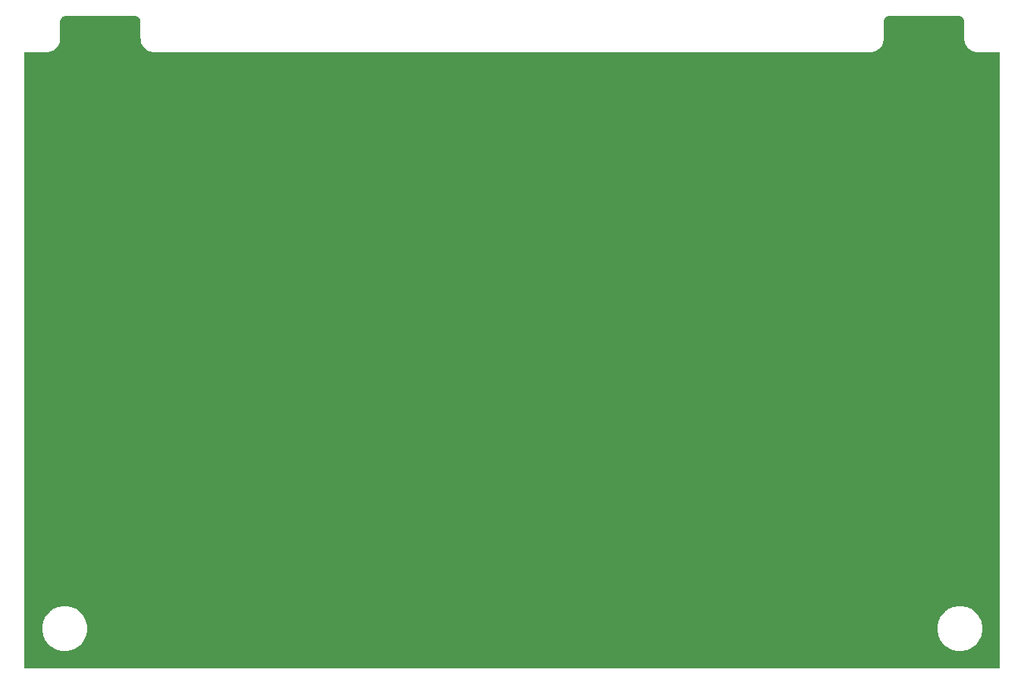
<source format=gbl>
G04*
G04 #@! TF.GenerationSoftware,Altium Limited,Altium Designer,25.5.2 (35)*
G04*
G04 Layer_Physical_Order=2*
G04 Layer_Color=16711680*
%FSLAX44Y44*%
%MOMM*%
G71*
G04*
G04 #@! TF.SameCoordinates,19513C88-0B28-4B0A-A3A8-69311CDAC71F*
G04*
G04*
G04 #@! TF.FilePolarity,Positive*
G04*
G01*
G75*
G36*
X130000Y734902D02*
X130483D01*
X131430Y734714D01*
X132322Y734344D01*
X133125Y733808D01*
X133808Y733125D01*
X134344Y732322D01*
X134714Y731430D01*
X134902Y730483D01*
Y730000D01*
D01*
X134902Y710000D01*
X134927Y709875D01*
X134908Y709750D01*
X134957Y708770D01*
X135048Y708403D01*
Y708025D01*
X135431Y706103D01*
X135623Y705639D01*
X135721Y705146D01*
X136471Y703335D01*
X136750Y702918D01*
X136942Y702454D01*
X138031Y700824D01*
X138386Y700469D01*
X138665Y700051D01*
X140051Y698665D01*
X140469Y698386D01*
X140824Y698031D01*
X142454Y696942D01*
X142918Y696750D01*
X143335Y696471D01*
X145146Y695721D01*
X145639Y695623D01*
X146103Y695431D01*
X148025Y695048D01*
X148403D01*
X148770Y694956D01*
X149750Y694908D01*
X149875Y694927D01*
X150000Y694902D01*
X950000Y694902D01*
X950125Y694927D01*
X950250Y694908D01*
X951230Y694957D01*
X951597Y695048D01*
X951975D01*
X953897Y695431D01*
X954361Y695623D01*
X954854Y695721D01*
X956665Y696471D01*
X957082Y696750D01*
X957546Y696942D01*
X959176Y698031D01*
X959531Y698386D01*
X959949Y698665D01*
X961335Y700051D01*
X961614Y700469D01*
X961969Y700824D01*
X963058Y702454D01*
X963250Y702918D01*
X963529Y703335D01*
X964279Y705146D01*
X964377Y705639D01*
X964569Y706103D01*
X964952Y708025D01*
Y708403D01*
X965043Y708770D01*
X965092Y709750D01*
X965073Y709875D01*
X965098Y710000D01*
Y730000D01*
Y730483D01*
X965286Y731430D01*
X965656Y732322D01*
X966192Y733125D01*
X966875Y733808D01*
X967678Y734344D01*
X968570Y734714D01*
X969517Y734902D01*
X1050483D01*
X1051430Y734714D01*
X1052322Y734344D01*
X1053125Y733808D01*
X1053808Y733125D01*
X1054344Y732322D01*
X1054714Y731430D01*
X1054902Y730483D01*
Y730000D01*
D01*
X1054902Y710000D01*
X1054927Y709875D01*
X1054908Y709750D01*
X1054957Y708770D01*
X1055048Y708403D01*
Y708025D01*
X1055431Y706103D01*
X1055623Y705639D01*
X1055721Y705146D01*
X1056471Y703335D01*
X1056750Y702918D01*
X1056942Y702454D01*
X1058031Y700824D01*
X1058386Y700469D01*
X1058665Y700051D01*
X1060051Y698665D01*
X1060469Y698386D01*
X1060824Y698031D01*
X1062454Y696942D01*
X1062918Y696750D01*
X1063335Y696471D01*
X1065146Y695721D01*
X1065639Y695623D01*
X1066103Y695431D01*
X1068025Y695048D01*
X1068403D01*
X1068770Y694956D01*
X1069750Y694908D01*
X1069875Y694927D01*
X1070000Y694902D01*
X1094902Y694902D01*
X1094902Y5098D01*
X5098D01*
X5098Y694902D01*
X30000Y694902D01*
X30124Y694927D01*
X30250Y694908D01*
X31230Y694957D01*
X31597Y695048D01*
X31975D01*
X33897Y695431D01*
X34361Y695623D01*
X34854Y695721D01*
X36665Y696471D01*
X37082Y696750D01*
X37546Y696942D01*
X39176Y698031D01*
X39531Y698386D01*
X39949Y698665D01*
X41335Y700051D01*
X41614Y700469D01*
X41969Y700824D01*
X43058Y702454D01*
X43250Y702918D01*
X43529Y703335D01*
X44279Y705146D01*
X44377Y705639D01*
X44569Y706103D01*
X44952Y708025D01*
Y708403D01*
X45044Y708770D01*
X45092Y709750D01*
X45073Y709875D01*
X45098Y710000D01*
X45098Y730000D01*
Y730483D01*
X45286Y731430D01*
X45656Y732322D01*
X46192Y733125D01*
X46875Y733808D01*
X47678Y734344D01*
X48570Y734714D01*
X49517Y734902D01*
X50000D01*
X130000Y734902D01*
D02*
G37*
%LPC*%
G36*
X1051970Y75098D02*
X1048030D01*
X1047538Y75000D01*
X1047036D01*
X1043172Y74231D01*
X1042708Y74039D01*
X1042215Y73941D01*
X1038576Y72434D01*
X1038158Y72155D01*
X1037694Y71963D01*
X1034418Y69774D01*
X1034063Y69419D01*
X1033646Y69140D01*
X1030860Y66354D01*
X1030581Y65937D01*
X1030226Y65581D01*
X1028037Y62306D01*
X1027845Y61842D01*
X1027566Y61424D01*
X1026059Y57785D01*
X1025961Y57292D01*
X1025769Y56828D01*
X1025000Y52964D01*
Y52462D01*
X1024902Y51970D01*
Y50000D01*
Y48030D01*
X1025000Y47538D01*
Y47036D01*
X1025769Y43172D01*
X1025961Y42708D01*
X1026059Y42215D01*
X1027566Y38575D01*
X1027845Y38158D01*
X1028037Y37694D01*
X1030226Y34418D01*
X1030581Y34063D01*
X1030860Y33646D01*
X1033646Y30860D01*
X1034063Y30581D01*
X1034418Y30226D01*
X1037694Y28037D01*
X1038158Y27845D01*
X1038576Y27566D01*
X1042215Y26059D01*
X1042708Y25961D01*
X1043172Y25769D01*
X1047036Y25000D01*
X1047538D01*
X1048030Y24902D01*
X1051970D01*
X1052462Y25000D01*
X1052964D01*
X1056828Y25769D01*
X1057292Y25961D01*
X1057785Y26059D01*
X1061424Y27566D01*
X1061842Y27845D01*
X1062306Y28037D01*
X1065582Y30226D01*
X1065937Y30581D01*
X1066354Y30860D01*
X1069140Y33646D01*
X1069419Y34063D01*
X1069774Y34418D01*
X1071963Y37694D01*
X1072155Y38158D01*
X1072434Y38575D01*
X1073941Y42215D01*
X1074039Y42708D01*
X1074231Y43172D01*
X1075000Y47036D01*
Y47538D01*
X1075098Y48030D01*
Y50000D01*
Y51970D01*
X1075000Y52462D01*
Y52964D01*
X1074231Y56828D01*
X1074039Y57292D01*
X1073941Y57785D01*
X1072434Y61424D01*
X1072155Y61842D01*
X1071963Y62306D01*
X1069774Y65581D01*
X1069419Y65936D01*
X1069140Y66354D01*
X1066354Y69140D01*
X1065937Y69419D01*
X1065582Y69774D01*
X1062306Y71963D01*
X1061842Y72155D01*
X1061424Y72434D01*
X1057785Y73941D01*
X1057292Y74039D01*
X1056828Y74231D01*
X1052964Y75000D01*
X1052462D01*
X1051970Y75098D01*
D02*
G37*
G36*
X51970D02*
X48030D01*
X47538Y75000D01*
X47036D01*
X43172Y74231D01*
X42708Y74039D01*
X42215Y73941D01*
X38575Y72434D01*
X38158Y72155D01*
X37694Y71963D01*
X34418Y69774D01*
X34063Y69419D01*
X33646Y69140D01*
X30860Y66354D01*
X30581Y65937D01*
X30226Y65581D01*
X28037Y62306D01*
X27845Y61842D01*
X27566Y61424D01*
X26059Y57785D01*
X25961Y57292D01*
X25769Y56828D01*
X25000Y52964D01*
Y52462D01*
X24902Y51970D01*
Y50000D01*
Y48030D01*
X25000Y47538D01*
Y47036D01*
X25769Y43172D01*
X25961Y42708D01*
X26059Y42215D01*
X27566Y38575D01*
X27845Y38158D01*
X28037Y37694D01*
X30226Y34418D01*
X30581Y34063D01*
X30860Y33646D01*
X33646Y30860D01*
X34063Y30581D01*
X34418Y30226D01*
X37694Y28037D01*
X38158Y27845D01*
X38575Y27566D01*
X42215Y26059D01*
X42708Y25961D01*
X43172Y25769D01*
X47036Y25000D01*
X47538D01*
X48030Y24902D01*
X51970D01*
X52462Y25000D01*
X52964D01*
X56828Y25769D01*
X57292Y25961D01*
X57785Y26059D01*
X61424Y27566D01*
X61842Y27845D01*
X62306Y28037D01*
X65581Y30226D01*
X65936Y30581D01*
X66354Y30860D01*
X69140Y33646D01*
X69419Y34063D01*
X69774Y34418D01*
X71963Y37694D01*
X72155Y38158D01*
X72434Y38575D01*
X73941Y42215D01*
X74039Y42708D01*
X74231Y43172D01*
X75000Y47036D01*
Y47538D01*
X75098Y48030D01*
Y50000D01*
Y51970D01*
X75000Y52462D01*
Y52964D01*
X74231Y56828D01*
X74039Y57292D01*
X73941Y57785D01*
X72434Y61424D01*
X72155Y61842D01*
X71963Y62306D01*
X69774Y65581D01*
X69419Y65936D01*
X69140Y66354D01*
X66354Y69140D01*
X65937Y69419D01*
X65581Y69774D01*
X62306Y71963D01*
X61842Y72155D01*
X61424Y72434D01*
X57785Y73941D01*
X57292Y74039D01*
X56828Y74231D01*
X52964Y75000D01*
X52462D01*
X51970Y75098D01*
D02*
G37*
%LPD*%
M02*

</source>
